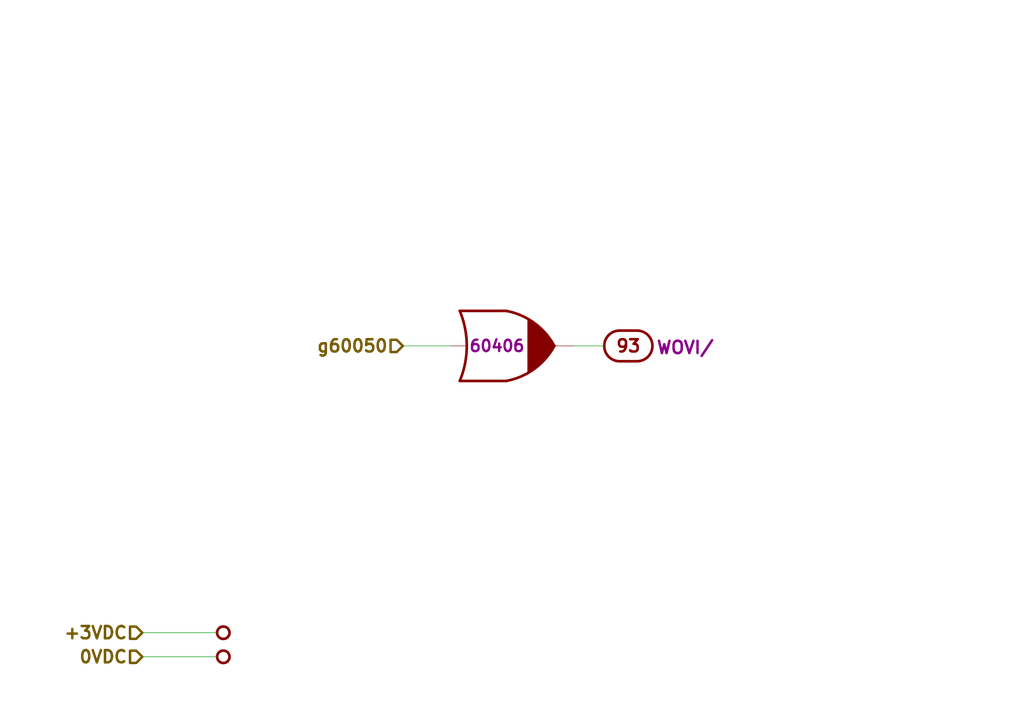
<source format=kicad_sch>
(kicad_sch (version 20211123) (generator eeschema)
  (paper "A4")
  (title_block (title "BLOCK I LOGIC FLOW S, MODULE A21, DRAWING 1006556") (date "2018-11-25") (rev "Draft") (comment 1 "Modules A21"))
  (wire (pts (xy 166.37 100.33) (xy 175.26 100.33)))
  (wire (pts (xy 116.84 100.33) (xy 130.81 100.33)))
  (wire (pts (xy 41.275 190.5) (xy 62.865 190.5)))
  (wire (pts (xy 41.275 183.515) (xy 62.865 183.515)))
  (hierarchical_label "g60050" (shape input) (at 116.84 100.33 180) (effects (font (size 3.556 3.556) (thickness 0.7112) bold)))
  (hierarchical_label "0VDC" (shape input) (at 41.275 190.5 180) (effects (font (size 3.556 3.556) (thickness 0.7112) bold)))
  (hierarchical_label "+3VDC" (shape input) (at 41.275 183.515 180) (effects (font (size 3.556 3.556) (thickness 0.7112) bold)))
  (symbol (lib_id "AGC_DSKY:ConnectorGeneric") (at 182.245 100.33 180) (unit 93)
    (property "Reference" "J1" (effects hide))
    (property "Value" "ConnectorGeneric" (effects hide))
    (property "Caption" "WOVI/" (at 198.755 98.425 0) (effects (font (size 3.556 3.556) bold) (justify bottom)))
  )
  (symbol (lib_id "D3NOR-NC-0VDC-expander-nd1021041:D3NOR-NC-0VDC-expander-nd1021041-_3_-___") (at 146.05 100.33 0) (mirror x) (unit 1)
    (property "Reference" "U1801" (effects hide))
    (property "Value" "D3NOR-NC-0VDC-expander-nd1021041-_3_-___" (effects hide))
    (property "Location" "60406" (at 144.145 100.33 0) (effects (font (size 3.302 3.302) bold)))
  )
  (symbol (lib_id "AGC_DSKY:Node2") (at 64.77 183.515 180)
    (property "Reference" "N1701" (effects hide))
    (property "Value" "Node2" (effects hide))
    (property "Caption" "+3VDC" (effects hide))
  )
  (symbol (lib_id "AGC_DSKY:Node2") (at 64.77 190.5 180)
    (property "Reference" "N1702" (effects hide))
    (property "Value" "Node2" (effects hide))
    (property "Caption" "0VDC" (effects hide))
  )
)
</source>
